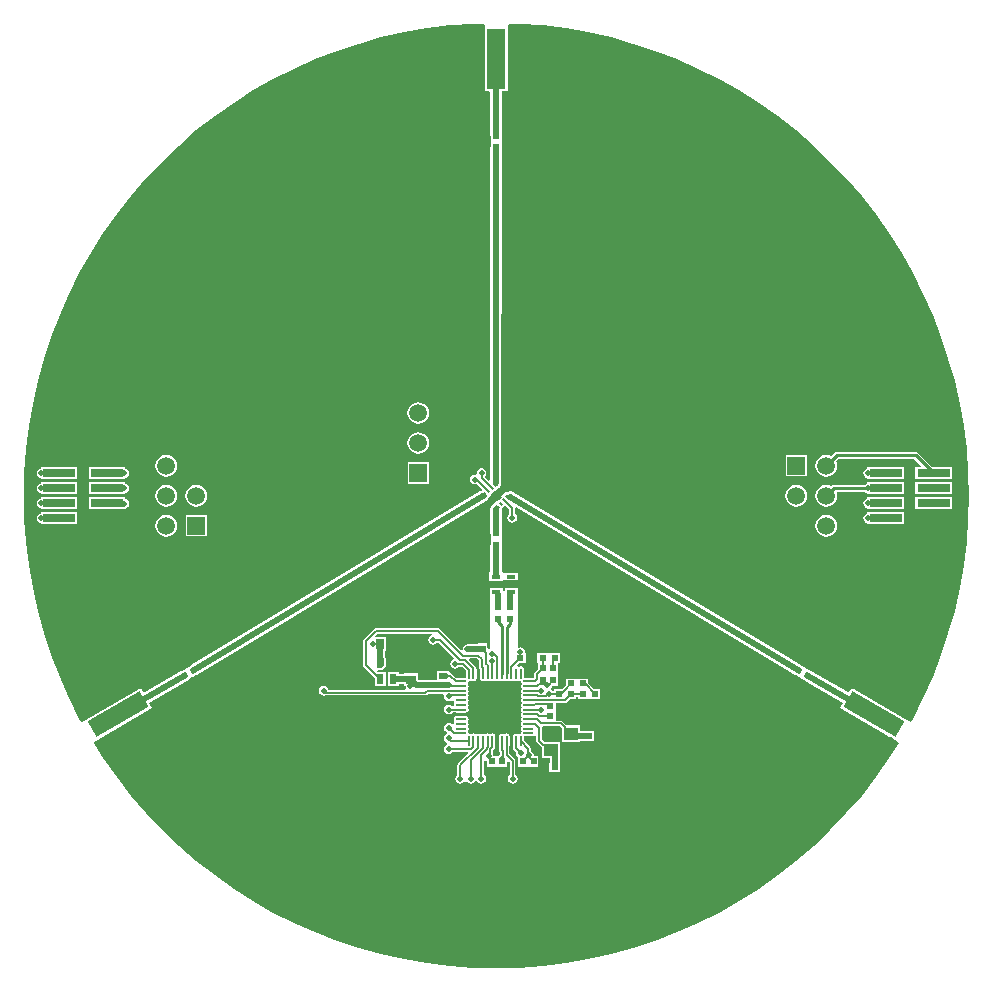
<source format=gtl>
%FSLAX25Y25*%
%MOIN*%
G70*
G01*
G75*
G04 Layer_Physical_Order=1*
G04 Layer_Color=255*
%ADD10O,0.03740X0.00787*%
%ADD11O,0.00787X0.03740*%
%ADD12R,0.16142X0.16142*%
%ADD13R,0.10984X0.02913*%
%ADD14R,0.02362X0.01969*%
%ADD15R,0.01969X0.02362*%
G04:AMPARAMS|DCode=16|XSize=19.69mil|YSize=23.62mil|CornerRadius=0mil|HoleSize=0mil|Usage=FLASHONLY|Rotation=60.000|XOffset=0mil|YOffset=0mil|HoleType=Round|Shape=Rectangle|*
%AMROTATEDRECTD16*
4,1,4,0.00531,-0.01443,-0.01515,-0.00262,-0.00531,0.01443,0.01515,0.00262,0.00531,-0.01443,0.0*
%
%ADD16ROTATEDRECTD16*%

G04:AMPARAMS|DCode=17|XSize=27.56mil|YSize=47.24mil|CornerRadius=0mil|HoleSize=0mil|Usage=FLASHONLY|Rotation=135.000|XOffset=0mil|YOffset=0mil|HoleType=Round|Shape=Rectangle|*
%AMROTATEDRECTD17*
4,1,4,0.02645,0.00696,-0.00696,-0.02645,-0.02645,-0.00696,0.00696,0.02645,0.02645,0.00696,0.0*
%
%ADD17ROTATEDRECTD17*%

G04:AMPARAMS|DCode=18|XSize=13.78mil|YSize=7.87mil|CornerRadius=0mil|HoleSize=0mil|Usage=FLASHONLY|Rotation=315.000|XOffset=0mil|YOffset=0mil|HoleType=Round|Shape=Rectangle|*
%AMROTATEDRECTD18*
4,1,4,-0.00766,0.00209,-0.00209,0.00766,0.00766,-0.00209,0.00209,-0.00766,-0.00766,0.00209,0.0*
%
%ADD18ROTATEDRECTD18*%

G04:AMPARAMS|DCode=19|XSize=200mil|YSize=59.84mil|CornerRadius=0mil|HoleSize=0mil|Usage=FLASHONLY|Rotation=330.000|XOffset=0mil|YOffset=0mil|HoleType=Round|Shape=Rectangle|*
%AMROTATEDRECTD19*
4,1,4,-0.10156,0.02409,-0.07164,0.07591,0.10156,-0.02409,0.07164,-0.07591,-0.10156,0.02409,0.0*
%
%ADD19ROTATEDRECTD19*%

%ADD20R,0.05984X0.20000*%
%ADD21R,0.03150X0.01181*%
G04:AMPARAMS|DCode=22|XSize=19.69mil|YSize=23.62mil|CornerRadius=0mil|HoleSize=0mil|Usage=FLASHONLY|Rotation=300.000|XOffset=0mil|YOffset=0mil|HoleType=Round|Shape=Rectangle|*
%AMROTATEDRECTD22*
4,1,4,-0.01515,0.00262,0.00531,0.01443,0.01515,-0.00262,-0.00531,-0.01443,-0.01515,0.00262,0.0*
%
%ADD22ROTATEDRECTD22*%

G04:AMPARAMS|DCode=23|XSize=200mil|YSize=59.84mil|CornerRadius=0mil|HoleSize=0mil|Usage=FLASHONLY|Rotation=30.000|XOffset=0mil|YOffset=0mil|HoleType=Round|Shape=Rectangle|*
%AMROTATEDRECTD23*
4,1,4,-0.07164,-0.07591,-0.10156,-0.02409,0.07164,0.07591,0.10156,0.02409,-0.07164,-0.07591,0.0*
%
%ADD23ROTATEDRECTD23*%

%ADD24R,0.04724X0.04331*%
%ADD25R,0.02362X0.03347*%
%ADD26R,0.00394X0.00394*%
%ADD27R,0.03543X0.03150*%
%ADD28R,0.03150X0.03543*%
%ADD29C,0.01000*%
%ADD30C,0.02000*%
%ADD31C,0.00600*%
%ADD32R,0.05906X0.05906*%
%ADD33C,0.05906*%
%ADD34C,0.02000*%
G36*
X7729Y157338D02*
X15440Y156769D01*
X23114Y155823D01*
X30732Y154501D01*
X38276Y152807D01*
X45728Y150745D01*
X53070Y148319D01*
X60283Y145537D01*
X67352Y142403D01*
X74258Y138927D01*
X80985Y135116D01*
X87518Y130980D01*
X93839Y126528D01*
X99935Y121771D01*
X105789Y116720D01*
X111389Y111389D01*
X116720Y105789D01*
X121771Y99935D01*
X126528Y93839D01*
X130980Y87518D01*
X135116Y80985D01*
X138927Y74258D01*
X142403Y67352D01*
X145537Y60283D01*
X148319Y53070D01*
X150745Y45728D01*
X152807Y38276D01*
X154501Y30732D01*
X155823Y23114D01*
X156769Y15440D01*
X157338Y7729D01*
X157528Y0D01*
X157338Y-7729D01*
X156769Y-15440D01*
X155823Y-23114D01*
X154501Y-30732D01*
X152807Y-38276D01*
X150745Y-45728D01*
X148319Y-53070D01*
X145537Y-60283D01*
X142403Y-67352D01*
X138927Y-74258D01*
X138350Y-75276D01*
X136234Y-74258D01*
X118491Y-64014D01*
X117717Y-65355D01*
X117233Y-65483D01*
X105044Y-58366D01*
X104781Y-58276D01*
X103640Y-57617D01*
X103207Y-57367D01*
X103207Y-57367D01*
X102774Y-57117D01*
X101839Y-56577D01*
X101655Y-56410D01*
X5698Y1260D01*
X4986Y1516D01*
X4785Y1506D01*
X4744Y1517D01*
X4647Y1502D01*
X4549Y1505D01*
X4463Y1491D01*
X4231Y1480D01*
X4141Y1437D01*
X3791Y1379D01*
X3480Y1690D01*
X1650Y-139D01*
X1862Y-351D01*
X961Y-1253D01*
X351Y-1862D01*
X139Y-1650D01*
X-1282Y-3071D01*
X-1370Y-3130D01*
X-1429Y-3218D01*
X-1690Y-3480D01*
X-1639Y-3531D01*
X-1640Y-3535D01*
X-1790Y-3759D01*
X-1937Y-4500D01*
Y-12531D01*
X-1884Y-12798D01*
Y-14613D01*
Y-16202D01*
X-1937Y-16468D01*
Y-25450D01*
X-2534D01*
Y-28431D01*
X-29D01*
X-0Y-28437D01*
X29Y-28431D01*
X2416D01*
Y-28207D01*
X2884Y-28131D01*
X2916Y-28131D01*
X7234D01*
Y-25750D01*
X2916D01*
X2884Y-25750D01*
X2416Y-25674D01*
Y-25450D01*
X1937D01*
Y-16468D01*
X1884Y-16202D01*
Y-14613D01*
Y-12798D01*
X1937Y-12531D01*
Y-4600D01*
X1973Y-4310D01*
X2386Y-3897D01*
X2174Y-3685D01*
X2784Y-3076D01*
X2838Y-3022D01*
X4382Y-4566D01*
Y-5989D01*
X4146Y-6146D01*
X3793Y-6676D01*
X3669Y-7300D01*
X3793Y-7924D01*
X4146Y-8454D01*
X4676Y-8807D01*
X5300Y-8931D01*
X5924Y-8807D01*
X6453Y-8454D01*
X6807Y-7924D01*
X6931Y-7300D01*
X6807Y-6676D01*
X6453Y-6146D01*
X6218Y-5989D01*
Y-4186D01*
X6211Y-4151D01*
X6658Y-3837D01*
X99660Y-59731D01*
X99938Y-59831D01*
X101085Y-60493D01*
X101518Y-60743D01*
X101951Y-60993D01*
X102892Y-61537D01*
X103090Y-61712D01*
X115602Y-69017D01*
X114599Y-70755D01*
X130672Y-80035D01*
X131075Y-80268D01*
D01*
X131479Y-80502D01*
X134053Y-81990D01*
X134172Y-82476D01*
X130980Y-87518D01*
X126528Y-93839D01*
X121771Y-99935D01*
X116720Y-105789D01*
X111389Y-111389D01*
X105789Y-116720D01*
X99935Y-121771D01*
X93839Y-126528D01*
X87518Y-130980D01*
X80985Y-135116D01*
X74258Y-138927D01*
X67352Y-142403D01*
X60283Y-145537D01*
X53070Y-148319D01*
X45728Y-150745D01*
X38276Y-152807D01*
X30732Y-154501D01*
X23114Y-155823D01*
X15440Y-156769D01*
X7729Y-157338D01*
X0Y-157528D01*
X-7729Y-157338D01*
X-15440Y-156769D01*
X-23114Y-155823D01*
X-30732Y-154501D01*
X-38276Y-152807D01*
X-45728Y-150745D01*
X-53070Y-148319D01*
X-60283Y-145537D01*
X-67352Y-142403D01*
X-74258Y-138927D01*
X-80985Y-135116D01*
X-87518Y-130980D01*
X-93839Y-126528D01*
X-99935Y-121771D01*
X-105789Y-116720D01*
X-111389Y-111389D01*
X-116720Y-105789D01*
X-121771Y-99935D01*
X-126528Y-93839D01*
X-130980Y-87518D01*
X-134203Y-82427D01*
X-134071Y-81945D01*
X-133484Y-81644D01*
X-133478Y-81655D01*
X-114599Y-70755D01*
X-115602Y-69017D01*
X-103090Y-61712D01*
X-102892Y-61537D01*
X-101518Y-60743D01*
X-101518Y-60743D01*
X-101518Y-60743D01*
X-99938Y-59831D01*
X-99659Y-59731D01*
X-3501Y-1860D01*
X-3378Y-1748D01*
X-3349Y-1734D01*
X-3290Y-1668D01*
X-3218Y-1602D01*
X-3183Y-1573D01*
X-3176Y-1565D01*
X-2942Y-1351D01*
X-2851Y-1157D01*
X-2466Y-677D01*
X-1650Y139D01*
X-1862Y351D01*
X-1253Y961D01*
X-351Y1862D01*
X-139Y1650D01*
X796Y2586D01*
X1287Y2995D01*
X1385Y3116D01*
X1490Y3232D01*
X1498Y3255D01*
X1512Y3274D01*
X1524Y3314D01*
X1690Y3480D01*
X1606Y3564D01*
X1608Y3570D01*
X1700Y4211D01*
X1737Y4397D01*
X1937Y116138D01*
X1884Y116407D01*
Y117998D01*
Y119812D01*
X1937Y120079D01*
X1937Y134769D01*
X3892D01*
Y156569D01*
X3878D01*
X3869Y157072D01*
X4224Y157424D01*
X7729Y157338D01*
D02*
G37*
G36*
X700Y3700D02*
X100Y3200D01*
X-1100Y3900D01*
X-1200Y4300D01*
X800Y4400D01*
X700Y3700D01*
D02*
G37*
G36*
X-3894Y157074D02*
X-3892Y155823D01*
Y134769D01*
X-2291D01*
X-1937Y134416D01*
X-1937Y120079D01*
X-1884Y119812D01*
Y117998D01*
Y116409D01*
X-1937Y116145D01*
X-2136Y5200D01*
X-2598Y5009D01*
X-3772Y6184D01*
X-3746Y6447D01*
X-3393Y6976D01*
X-3269Y7600D01*
X-3393Y8224D01*
X-3746Y8754D01*
X-4276Y9107D01*
X-4900Y9231D01*
X-5524Y9107D01*
X-6053Y8754D01*
X-6407Y8224D01*
X-6531Y7600D01*
X-6496Y7421D01*
X-6921Y6996D01*
X-7100Y7031D01*
X-7724Y6907D01*
X-8253Y6554D01*
X-8607Y6024D01*
X-8731Y5400D01*
X-8607Y4776D01*
X-8253Y4247D01*
X-7724Y3893D01*
X-7100Y3769D01*
X-6476Y3893D01*
X-6373Y3962D01*
X-4710Y2298D01*
X-4826Y1708D01*
X-4937Y1662D01*
X-5499Y1460D01*
X-101656Y-56411D01*
X-101839Y-56577D01*
X-103207Y-57367D01*
X-103207Y-57367D01*
X-103207Y-57367D01*
X-104781Y-58276D01*
X-105044Y-58366D01*
X-117233Y-65483D01*
X-117717Y-65355D01*
X-118491Y-64014D01*
X-137370Y-74914D01*
X-138269Y-75420D01*
X-138927Y-74258D01*
X-142403Y-67352D01*
X-145537Y-60283D01*
X-148319Y-53070D01*
X-150745Y-45728D01*
X-152807Y-38276D01*
X-154501Y-30732D01*
X-155823Y-23114D01*
X-156769Y-15440D01*
X-157338Y-7729D01*
X-157528Y0D01*
X-157338Y7729D01*
X-156769Y15440D01*
X-155823Y23114D01*
X-154501Y30732D01*
X-152807Y38276D01*
X-150745Y45728D01*
X-148319Y53070D01*
X-145537Y60283D01*
X-142403Y67352D01*
X-138927Y74258D01*
X-135116Y80985D01*
X-130980Y87518D01*
X-126528Y93839D01*
X-121771Y99935D01*
X-116720Y105789D01*
X-111389Y111389D01*
X-105789Y116720D01*
X-99935Y121771D01*
X-93839Y126528D01*
X-87518Y130980D01*
X-80985Y135116D01*
X-74258Y138927D01*
X-67352Y142403D01*
X-60283Y145537D01*
X-53070Y148319D01*
X-45728Y150745D01*
X-38276Y152807D01*
X-30732Y154501D01*
X-23114Y155823D01*
X-15440Y156769D01*
X-7729Y157338D01*
X-4252Y157423D01*
X-3894Y157074D01*
D02*
G37*
G36*
X1100Y-3900D02*
X1000Y-4700D01*
X-800Y-3900D01*
X0Y-3100D01*
X1100Y-3900D01*
D02*
G37*
G36*
X4600Y-1500D02*
X3800Y-1000D01*
X3500Y400D01*
X4700Y600D01*
X4600Y-1500D01*
D02*
G37*
G36*
X-3100Y0D02*
X-3900Y-1000D01*
X-5100Y600D01*
X-3900Y1100D01*
X-3100Y0D01*
D02*
G37*
%LPC*%
G36*
X-123691Y-443D02*
X-135876D01*
Y-4557D01*
X-123691D01*
Y-4270D01*
X-123376Y-4207D01*
X-122846Y-3853D01*
X-122493Y-3324D01*
X-122369Y-2700D01*
X-122493Y-2076D01*
X-122846Y-1546D01*
X-123376Y-1193D01*
X-123691Y-1130D01*
Y-443D01*
D02*
G37*
G36*
X-139715D02*
X-151899D01*
Y-930D01*
X-152215Y-993D01*
X-152744Y-1347D01*
X-153098Y-1876D01*
X-153222Y-2500D01*
X-153098Y-3124D01*
X-152744Y-3653D01*
X-152215Y-4007D01*
X-151899Y-4070D01*
Y-4557D01*
X-139715D01*
Y-443D01*
D02*
G37*
G36*
X-26000Y31183D02*
X-26927Y31061D01*
X-27792Y30703D01*
X-28534Y30134D01*
X-29103Y29392D01*
X-29461Y28527D01*
X-29583Y27600D01*
X-29461Y26673D01*
X-29103Y25808D01*
X-28534Y25066D01*
X-27792Y24497D01*
X-26927Y24139D01*
X-26000Y24017D01*
X-25073Y24139D01*
X-24208Y24497D01*
X-23466Y25066D01*
X-22897Y25808D01*
X-22539Y26673D01*
X-22417Y27600D01*
X-22539Y28527D01*
X-22897Y29392D01*
X-23466Y30134D01*
X-24208Y30703D01*
X-25073Y31061D01*
X-26000Y31183D01*
D02*
G37*
G36*
X-110000Y3583D02*
X-110927Y3461D01*
X-111792Y3103D01*
X-112534Y2534D01*
X-113103Y1792D01*
X-113461Y927D01*
X-113583Y0D01*
X-113461Y-927D01*
X-113103Y-1792D01*
X-112534Y-2534D01*
X-111792Y-3103D01*
X-110927Y-3461D01*
X-110000Y-3583D01*
X-109073Y-3461D01*
X-108208Y-3103D01*
X-107466Y-2534D01*
X-106897Y-1792D01*
X-106539Y-927D01*
X-106417Y0D01*
X-106539Y927D01*
X-106897Y1792D01*
X-107466Y2534D01*
X-108208Y3103D01*
X-109073Y3461D01*
X-110000Y3583D01*
D02*
G37*
G36*
X151899Y-443D02*
X139715D01*
Y-4557D01*
X151899D01*
Y-443D01*
D02*
G37*
G36*
X135876D02*
X123691D01*
Y-930D01*
X123376Y-993D01*
X122846Y-1347D01*
X122493Y-1876D01*
X122369Y-2500D01*
X122493Y-3124D01*
X122846Y-3653D01*
X123376Y-4007D01*
X123691Y-4070D01*
Y-4557D01*
X135876D01*
Y-443D01*
D02*
G37*
G36*
Y-5443D02*
X123691D01*
Y-5930D01*
X123376Y-5993D01*
X122846Y-6346D01*
X122493Y-6876D01*
X122369Y-7500D01*
X122493Y-8124D01*
X122846Y-8653D01*
X123376Y-9007D01*
X123691Y-9070D01*
Y-9557D01*
X135876D01*
Y-5443D01*
D02*
G37*
G36*
X-110000Y-6417D02*
X-110927Y-6539D01*
X-111792Y-6897D01*
X-112534Y-7466D01*
X-113103Y-8208D01*
X-113461Y-9072D01*
X-113583Y-10000D01*
X-113461Y-10927D01*
X-113103Y-11792D01*
X-112534Y-12534D01*
X-111792Y-13103D01*
X-110927Y-13461D01*
X-110000Y-13583D01*
X-109073Y-13461D01*
X-108208Y-13103D01*
X-107466Y-12534D01*
X-106897Y-11792D01*
X-106539Y-10927D01*
X-106417Y-10000D01*
X-106539Y-9072D01*
X-106897Y-8208D01*
X-107466Y-7466D01*
X-108208Y-6897D01*
X-109073Y-6539D01*
X-110000Y-6417D01*
D02*
G37*
G36*
X7234Y-30869D02*
X2884D01*
Y-31800D01*
X2116D01*
Y-30869D01*
X-2234D01*
Y-33250D01*
X-2200D01*
Y-50836D01*
X-2416Y-50965D01*
X-2916Y-50682D01*
Y-49187D01*
X-6084D01*
Y-49469D01*
X-9600D01*
X-10224Y-49593D01*
X-10753Y-49946D01*
X-11107Y-50476D01*
X-11231Y-51100D01*
X-11191Y-51305D01*
X-11652Y-51551D01*
X-18851Y-44351D01*
X-19149Y-44152D01*
X-19500Y-44082D01*
X-40000D01*
X-40351Y-44152D01*
X-40649Y-44351D01*
X-44149Y-47851D01*
X-44348Y-48149D01*
X-44418Y-48500D01*
Y-56323D01*
X-44348Y-56674D01*
X-44149Y-56972D01*
X-40446Y-60674D01*
Y-63431D01*
X-36884D01*
Y-58884D01*
X-39440D01*
X-39604Y-58665D01*
X-39355Y-58165D01*
X-38272D01*
X-37812Y-57975D01*
X-37025Y-57188D01*
X-36835Y-56728D01*
Y-54169D01*
X-37025Y-53710D01*
X-37124Y-53669D01*
Y-51872D01*
X-36581D01*
Y-47128D01*
X-40177D01*
X-40369Y-46666D01*
X-39620Y-45918D01*
X-21373D01*
X-21251Y-46367D01*
X-21251Y-46370D01*
X-21430Y-46429D01*
X-21624Y-46493D01*
X-21684Y-46532D01*
X-22153Y-46847D01*
X-22507Y-47376D01*
X-22631Y-48000D01*
X-22507Y-48624D01*
X-22153Y-49154D01*
X-21624Y-49507D01*
X-21000Y-49631D01*
X-20376Y-49507D01*
X-19847Y-49154D01*
X-19689Y-48918D01*
X-19124D01*
X-14103Y-53939D01*
X-14267Y-54482D01*
X-14324Y-54493D01*
X-14853Y-54847D01*
X-15207Y-55376D01*
X-15331Y-56000D01*
X-15207Y-56624D01*
X-14853Y-57153D01*
X-14324Y-57507D01*
X-13700Y-57631D01*
X-13076Y-57507D01*
X-12547Y-57153D01*
X-12389Y-56918D01*
X-11480D01*
X-10175Y-58223D01*
Y-60341D01*
X-10235Y-60765D01*
X-10659Y-60825D01*
X-13197D01*
X-13264Y-60839D01*
X-14751Y-59351D01*
X-15049Y-59152D01*
X-15272Y-59108D01*
X-15447Y-58846D01*
X-15976Y-58493D01*
X-16250Y-58438D01*
Y-58416D01*
X-16600Y-58369D01*
X-16743Y-58397D01*
X-16743D01*
X-16743D01*
X-17222Y-58416D01*
X-19813D01*
Y-61369D01*
X-26080D01*
X-26128Y-61321D01*
Y-59081D01*
X-30872D01*
Y-59526D01*
X-32554D01*
Y-58884D01*
X-36116D01*
Y-63431D01*
X-32554D01*
Y-62789D01*
X-30872D01*
Y-63431D01*
X-30224D01*
X-30106Y-64026D01*
X-30001Y-64182D01*
X-30268Y-64682D01*
X-55918D01*
X-55981Y-64364D01*
X-56335Y-63835D01*
X-56864Y-63481D01*
X-57488Y-63357D01*
X-58113Y-63481D01*
X-58642Y-63835D01*
X-58995Y-64364D01*
X-59119Y-64988D01*
X-58995Y-65613D01*
X-58642Y-66142D01*
X-58113Y-66495D01*
X-57488Y-66619D01*
X-56926Y-66508D01*
X-56876Y-66518D01*
X-23774D01*
X-23423Y-66448D01*
X-23125Y-66249D01*
X-22782Y-65906D01*
X-17616D01*
X-17333Y-66406D01*
X-17431Y-66900D01*
X-17307Y-67524D01*
X-16953Y-68054D01*
X-16424Y-68407D01*
X-15800Y-68531D01*
X-15176Y-68407D01*
X-14692Y-68084D01*
X-14566Y-68098D01*
X-14514Y-68114D01*
X-14185Y-68263D01*
X-14133Y-68525D01*
X-13913Y-68854D01*
Y-68996D01*
X-14133Y-69325D01*
X-14210Y-69713D01*
X-14179Y-69870D01*
X-14208Y-69918D01*
X-14272Y-69948D01*
X-14725Y-70070D01*
X-15176Y-69768D01*
X-15800Y-69644D01*
X-16424Y-69768D01*
X-16953Y-70122D01*
X-17307Y-70651D01*
X-17431Y-71276D01*
X-17307Y-71900D01*
X-16953Y-72429D01*
X-16424Y-72783D01*
X-15800Y-72907D01*
X-15176Y-72783D01*
X-14647Y-72429D01*
X-14497Y-72205D01*
X-13612D01*
X-13585Y-72224D01*
X-13197Y-72301D01*
X-10244D01*
X-9856Y-72224D01*
X-9528Y-72004D01*
X-9308Y-71675D01*
X-9231Y-71287D01*
X-9308Y-70900D01*
X-9315Y-70889D01*
X-9495Y-70500D01*
X-9315Y-70111D01*
X-9308Y-70100D01*
X-9231Y-69713D01*
X-9308Y-69325D01*
X-9528Y-68996D01*
Y-68854D01*
X-9308Y-68525D01*
X-9231Y-68138D01*
X-9308Y-67750D01*
X-9315Y-67739D01*
X-9495Y-67350D01*
X-9315Y-66962D01*
X-9308Y-66951D01*
X-9231Y-66563D01*
X-9308Y-66175D01*
X-9315Y-66164D01*
X-9495Y-65776D01*
X-9315Y-65387D01*
X-9308Y-65376D01*
X-9231Y-64988D01*
X-9308Y-64600D01*
X-9528Y-64272D01*
Y-64130D01*
X-9308Y-63801D01*
X-9231Y-63413D01*
X-9308Y-63026D01*
X-9315Y-63015D01*
X-9495Y-62626D01*
X-9315Y-62237D01*
X-9308Y-62226D01*
X-9231Y-61839D01*
X-8774Y-61692D01*
X-8774D01*
X-8774Y-61692D01*
D01*
X-8329Y-61526D01*
X-7985Y-61685D01*
X-7974Y-61692D01*
X-7587Y-61769D01*
X-7199Y-61692D01*
X-6870Y-61472D01*
X-6651Y-61144D01*
X-6573Y-60756D01*
Y-57803D01*
X-6651Y-57415D01*
X-6669Y-57388D01*
Y-57313D01*
X-6739Y-56962D01*
X-6938Y-56665D01*
X-8923Y-54680D01*
X-8731Y-54218D01*
X-6293D01*
X-5718Y-54793D01*
Y-57100D01*
X-5648Y-57451D01*
X-5449Y-57749D01*
X-5441Y-57757D01*
X-5450Y-57803D01*
Y-60756D01*
X-5373Y-61144D01*
X-5153Y-61472D01*
X-4825Y-61692D01*
X-4437Y-61769D01*
X-4049Y-61692D01*
X-4038Y-61685D01*
X-3650Y-61505D01*
X-3261Y-61685D01*
X-3250Y-61692D01*
X-2862Y-61769D01*
X-2475Y-61692D01*
X-2146Y-61472D01*
X-2004D01*
X-1675Y-61692D01*
X-1287Y-61769D01*
X-900Y-61692D01*
X-889Y-61685D01*
X-500Y-61505D01*
X-111Y-61685D01*
X-100Y-61692D01*
X287Y-61769D01*
X675Y-61692D01*
X686Y-61685D01*
X1075Y-61505D01*
X1463Y-61685D01*
X1474Y-61692D01*
X1862Y-61769D01*
X2250Y-61692D01*
X2579Y-61472D01*
X2721D01*
X3049Y-61692D01*
X3437Y-61769D01*
X3825Y-61692D01*
X3836Y-61685D01*
X4224Y-61505D01*
X4613Y-61685D01*
X4624Y-61692D01*
X5012Y-61769D01*
X5399Y-61692D01*
X5411Y-61685D01*
X5799Y-61505D01*
X6188Y-61685D01*
X6199Y-61692D01*
X6587Y-61769D01*
X6974Y-61692D01*
X6985Y-61685D01*
X7329Y-61526D01*
X7774Y-61692D01*
X7774D01*
X8140Y-61860D01*
X8308Y-62226D01*
D01*
X8474Y-62671D01*
X8315Y-63015D01*
X8308Y-63026D01*
X8231Y-63413D01*
X8308Y-63801D01*
X8528Y-64130D01*
Y-64272D01*
X8308Y-64600D01*
X8231Y-64988D01*
X8308Y-65376D01*
X8315Y-65387D01*
X8495Y-65776D01*
X8315Y-66164D01*
X8308Y-66175D01*
X8231Y-66563D01*
X8308Y-66951D01*
X8315Y-66962D01*
X8495Y-67350D01*
X8315Y-67739D01*
X8308Y-67750D01*
X8231Y-68138D01*
X8308Y-68525D01*
X8528Y-68854D01*
Y-68996D01*
X8308Y-69325D01*
X8231Y-69713D01*
X8308Y-70100D01*
X8315Y-70111D01*
X8495Y-70500D01*
X8315Y-70889D01*
X8308Y-70900D01*
X8231Y-71287D01*
X8308Y-71675D01*
X8315Y-71686D01*
X8495Y-72075D01*
X8315Y-72463D01*
X8308Y-72474D01*
X8231Y-72862D01*
X8308Y-73250D01*
X8528Y-73579D01*
Y-73721D01*
X8308Y-74049D01*
X8231Y-74437D01*
X8308Y-74825D01*
X8315Y-74836D01*
X8495Y-75224D01*
X8315Y-75613D01*
X8308Y-75624D01*
X8231Y-76012D01*
X8308Y-76399D01*
X8315Y-76411D01*
X8495Y-76799D01*
X8315Y-77188D01*
X8308Y-77199D01*
X8231Y-77587D01*
X8308Y-77974D01*
X8315Y-77985D01*
X8474Y-78329D01*
X8308Y-78774D01*
Y-78774D01*
X8140Y-79140D01*
X7774Y-79308D01*
D01*
X7329Y-79474D01*
X6985Y-79316D01*
X6974Y-79308D01*
X6587Y-79231D01*
X6199Y-79308D01*
X5870Y-79528D01*
X5651Y-79856D01*
X5573Y-80244D01*
Y-83197D01*
X5651Y-83585D01*
X5669Y-83612D01*
Y-84087D01*
X5739Y-84438D01*
X5938Y-84736D01*
X6624Y-85422D01*
X6569Y-85700D01*
X6693Y-86324D01*
X7046Y-86853D01*
X7416Y-87100D01*
Y-90313D01*
X10584D01*
X10584Y-90313D01*
X10584D01*
X10916D01*
Y-90313D01*
X11084Y-90313D01*
X14084D01*
Y-86750D01*
X12637D01*
X12431Y-86500D01*
X12307Y-85876D01*
X11953Y-85347D01*
X11618Y-85122D01*
Y-84259D01*
X11548Y-83908D01*
X11349Y-83610D01*
X9175Y-81436D01*
Y-80659D01*
X9235Y-80235D01*
X9659Y-80175D01*
X12197D01*
X12585Y-80098D01*
X12882Y-79899D01*
X13047Y-79934D01*
X13382Y-80076D01*
Y-81600D01*
X13452Y-81951D01*
X13651Y-82249D01*
X15191Y-83789D01*
Y-87521D01*
X17900D01*
Y-88916D01*
X17750D01*
Y-92084D01*
X19295D01*
X19532Y-92131D01*
X19768Y-92084D01*
X21313D01*
Y-88916D01*
X21163D01*
Y-86134D01*
X21116Y-85897D01*
Y-81991D01*
X15988D01*
X15218Y-81220D01*
Y-77500D01*
X15181Y-77318D01*
X15432Y-76902D01*
X15528Y-76818D01*
X21122D01*
X21884Y-77580D01*
Y-82009D01*
X27809D01*
Y-81663D01*
X29416D01*
Y-81813D01*
X32584D01*
Y-80268D01*
X32631Y-80032D01*
X32584Y-79795D01*
Y-78250D01*
X29416D01*
Y-78400D01*
X27809D01*
Y-76479D01*
X23379D01*
X22151Y-75251D01*
X21854Y-75052D01*
X21502Y-74982D01*
X19813D01*
Y-71916D01*
X19813Y-71916D01*
Y-71916D01*
X19813Y-71584D01*
X19813D01*
X19813Y-71416D01*
Y-69018D01*
X22869D01*
X23220Y-68948D01*
X23517Y-68749D01*
X24682Y-67584D01*
X26750D01*
Y-66918D01*
X27250D01*
Y-67584D01*
X30813D01*
X30813Y-67584D01*
X30813D01*
X31187D01*
Y-67584D01*
X31313Y-67584D01*
X34750D01*
Y-64416D01*
X32682D01*
X30750Y-62483D01*
Y-60916D01*
X27187D01*
Y-60916D01*
X26813D01*
Y-60916D01*
X23250D01*
Y-62982D01*
X22239Y-63994D01*
X22236Y-63998D01*
X21818Y-64416D01*
X19250D01*
Y-64923D01*
X18750Y-64991D01*
X18654Y-64846D01*
X18335Y-64634D01*
X18187Y-64243D01*
X18244Y-64017D01*
X18507Y-63624D01*
X18582Y-63250D01*
X20584D01*
Y-59813D01*
X20584Y-59687D01*
Y-59500D01*
Y-59313D01*
X20584Y-59187D01*
Y-55750D01*
X21015Y-55584D01*
X21250D01*
Y-52416D01*
X17813D01*
X17687Y-52416D01*
X17500D01*
X17313D01*
X17187Y-52416D01*
X13750D01*
Y-55584D01*
X13750D01*
X13916Y-55750D01*
Y-57818D01*
X12851Y-58883D01*
X12652Y-59180D01*
X12582Y-59531D01*
Y-60392D01*
X12197Y-60825D01*
X9659D01*
X9235Y-60765D01*
X9175Y-60341D01*
Y-57803D01*
X9098Y-57415D01*
X8878Y-57087D01*
X8549Y-56867D01*
X8161Y-56790D01*
X7774Y-56867D01*
X7763Y-56875D01*
X7543Y-56976D01*
X7139Y-56788D01*
X7051Y-56278D01*
X7745Y-55584D01*
X9813D01*
Y-52883D01*
X9813Y-52416D01*
Y-52416D01*
X9625Y-51977D01*
X9539Y-51544D01*
X9185Y-51015D01*
X8656Y-50661D01*
X8032Y-50537D01*
X7700Y-50603D01*
X7200Y-50244D01*
Y-33250D01*
X7234D01*
Y-30869D01*
D02*
G37*
G36*
X-10244Y-73424D02*
X-13197D01*
X-13585Y-73501D01*
X-13913Y-73721D01*
X-14133Y-74049D01*
X-14210Y-74437D01*
X-14133Y-74825D01*
X-14126Y-74836D01*
X-13946Y-75224D01*
X-14126Y-75613D01*
X-14133Y-75624D01*
X-14208Y-76002D01*
X-14289Y-76054D01*
X-14535Y-76187D01*
X-14677Y-76226D01*
X-15176Y-75893D01*
X-15800Y-75769D01*
X-16424Y-75893D01*
X-16953Y-76247D01*
X-17307Y-76776D01*
X-17431Y-77400D01*
X-17307Y-78024D01*
X-16953Y-78553D01*
X-16452Y-78889D01*
X-16424Y-79102D01*
Y-79198D01*
X-16452Y-79411D01*
X-16953Y-79747D01*
X-17307Y-80276D01*
X-17431Y-80900D01*
X-17307Y-81524D01*
X-16953Y-82054D01*
X-16452Y-82389D01*
X-16424Y-82602D01*
Y-82698D01*
X-16452Y-82911D01*
X-16953Y-83246D01*
X-17307Y-83776D01*
X-17431Y-84400D01*
X-17307Y-85024D01*
X-16953Y-85553D01*
X-16424Y-85907D01*
X-15800Y-86031D01*
X-15176Y-85907D01*
X-14647Y-85553D01*
X-14549Y-85408D01*
X-9459D01*
X-9268Y-85870D01*
X-12649Y-89251D01*
X-12848Y-89549D01*
X-12918Y-89900D01*
Y-92989D01*
X-13153Y-93147D01*
X-13507Y-93676D01*
X-13631Y-94300D01*
X-13507Y-94924D01*
X-13153Y-95454D01*
X-12624Y-95807D01*
X-12000Y-95931D01*
X-11376Y-95807D01*
X-10847Y-95454D01*
X-10511Y-94952D01*
X-10298Y-94924D01*
X-10202D01*
X-9989Y-94952D01*
X-9653Y-95454D01*
X-9124Y-95807D01*
X-8500Y-95931D01*
X-7876Y-95807D01*
X-7346Y-95454D01*
X-7011Y-94952D01*
X-6798Y-94924D01*
X-6702D01*
X-6489Y-94952D01*
X-6154Y-95454D01*
X-5624Y-95807D01*
X-5000Y-95931D01*
X-4376Y-95807D01*
X-3847Y-95454D01*
X-3493Y-94924D01*
X-3369Y-94300D01*
X-3493Y-93676D01*
X-3847Y-93147D01*
X-4082Y-92989D01*
Y-88312D01*
X-3867Y-88182D01*
X-3582Y-88101D01*
X-3124Y-88407D01*
X-3084Y-88415D01*
Y-90313D01*
X-84D01*
X84Y-90313D01*
X250D01*
X416D01*
X584Y-90313D01*
X3584D01*
Y-88576D01*
X4084Y-88369D01*
X4582Y-88867D01*
Y-92989D01*
X4346Y-93147D01*
X3993Y-93676D01*
X3869Y-94300D01*
X3993Y-94924D01*
X4346Y-95454D01*
X4876Y-95807D01*
X5500Y-95931D01*
X6124Y-95807D01*
X6654Y-95454D01*
X7007Y-94924D01*
X7131Y-94300D01*
X7007Y-93676D01*
X6654Y-93147D01*
X6418Y-92989D01*
Y-88487D01*
X6348Y-88136D01*
X6149Y-87838D01*
X4355Y-86044D01*
Y-83612D01*
X4373Y-83585D01*
X4450Y-83197D01*
Y-80244D01*
X4373Y-79856D01*
X4153Y-79528D01*
X3825Y-79308D01*
X3437Y-79231D01*
X3049Y-79308D01*
X2721Y-79528D01*
X2579D01*
X2250Y-79308D01*
X1862Y-79231D01*
X1474Y-79308D01*
X1146Y-79528D01*
X926Y-79856D01*
X849Y-80244D01*
Y-83197D01*
X926Y-83585D01*
X945Y-83612D01*
Y-84700D01*
X1014Y-85051D01*
X1213Y-85348D01*
X1258Y-85393D01*
Y-86207D01*
X1213Y-86251D01*
X1032Y-86522D01*
X846Y-86646D01*
X777Y-86750D01*
X584D01*
X416Y-86750D01*
X250D01*
X84D01*
X-84Y-86750D01*
X-898D01*
X-993Y-86276D01*
X-1082Y-86142D01*
Y-84880D01*
X-638Y-84436D01*
X-440Y-84139D01*
X-370Y-83787D01*
Y-83612D01*
X-351Y-83585D01*
X-274Y-83197D01*
Y-80244D01*
X-351Y-79856D01*
X-571Y-79528D01*
X-900Y-79308D01*
X-1287Y-79231D01*
X-1675Y-79308D01*
X-2004Y-79528D01*
X-2146D01*
X-2475Y-79308D01*
X-2862Y-79231D01*
X-3250Y-79308D01*
X-3261Y-79316D01*
X-3650Y-79495D01*
X-4038Y-79316D01*
X-4049Y-79308D01*
X-4437Y-79231D01*
X-4825Y-79308D01*
X-4836Y-79316D01*
X-5224Y-79495D01*
X-5613Y-79316D01*
X-5624Y-79308D01*
X-6012Y-79231D01*
X-6400Y-79308D01*
X-6728Y-79528D01*
X-6870D01*
X-7199Y-79308D01*
X-7587Y-79231D01*
X-7974Y-79308D01*
X-7985Y-79316D01*
X-8329Y-79474D01*
X-8774Y-79308D01*
X-8774D01*
X-9140Y-79140D01*
X-9308Y-78774D01*
D01*
X-9474Y-78329D01*
X-9315Y-77985D01*
X-9308Y-77974D01*
X-9231Y-77587D01*
X-9308Y-77199D01*
X-9315Y-77188D01*
X-9495Y-76799D01*
X-9315Y-76411D01*
X-9308Y-76399D01*
X-9231Y-76012D01*
X-9308Y-75624D01*
X-9315Y-75613D01*
X-9495Y-75224D01*
X-9315Y-74836D01*
X-9308Y-74825D01*
X-9231Y-74437D01*
X-9308Y-74049D01*
X-9528Y-73721D01*
X-9856Y-73501D01*
X-10244Y-73424D01*
D02*
G37*
G36*
X-139715Y-5443D02*
X-151899D01*
Y-5930D01*
X-152215Y-5993D01*
X-152744Y-6346D01*
X-153098Y-6876D01*
X-153222Y-7500D01*
X-153098Y-8124D01*
X-152744Y-8653D01*
X-152215Y-9007D01*
X-151899Y-9070D01*
Y-9557D01*
X-139715D01*
Y-5443D01*
D02*
G37*
G36*
X-96447Y-6447D02*
X-103553D01*
Y-13553D01*
X-96447D01*
Y-6447D01*
D02*
G37*
G36*
X110000Y-6417D02*
X109073Y-6539D01*
X108208Y-6897D01*
X107466Y-7466D01*
X106897Y-8208D01*
X106539Y-9072D01*
X106417Y-10000D01*
X106539Y-10927D01*
X106897Y-11792D01*
X107466Y-12534D01*
X108208Y-13103D01*
X109073Y-13461D01*
X110000Y-13583D01*
X110927Y-13461D01*
X111792Y-13103D01*
X112534Y-12534D01*
X113103Y-11792D01*
X113461Y-10927D01*
X113583Y-10000D01*
X113461Y-9072D01*
X113103Y-8208D01*
X112534Y-7466D01*
X111792Y-6897D01*
X110927Y-6539D01*
X110000Y-6417D01*
D02*
G37*
G36*
X-100000Y3583D02*
X-100927Y3461D01*
X-101792Y3103D01*
X-102534Y2534D01*
X-103103Y1792D01*
X-103461Y927D01*
X-103583Y0D01*
X-103461Y-927D01*
X-103103Y-1792D01*
X-102534Y-2534D01*
X-101792Y-3103D01*
X-100927Y-3461D01*
X-100000Y-3583D01*
X-99073Y-3461D01*
X-98208Y-3103D01*
X-97466Y-2534D01*
X-96897Y-1792D01*
X-96539Y-927D01*
X-96417Y0D01*
X-96539Y927D01*
X-96897Y1792D01*
X-97466Y2534D01*
X-98208Y3103D01*
X-99073Y3461D01*
X-100000Y3583D01*
D02*
G37*
G36*
X-22447Y11153D02*
X-29553D01*
Y4047D01*
X-22447D01*
Y11153D01*
D02*
G37*
G36*
X-110000Y13583D02*
X-110927Y13461D01*
X-111792Y13103D01*
X-112534Y12534D01*
X-113103Y11792D01*
X-113461Y10927D01*
X-113583Y10000D01*
X-113461Y9072D01*
X-113103Y8208D01*
X-112534Y7466D01*
X-111792Y6897D01*
X-110927Y6539D01*
X-110000Y6417D01*
X-109073Y6539D01*
X-108208Y6897D01*
X-107466Y7466D01*
X-106897Y8208D01*
X-106539Y9072D01*
X-106417Y10000D01*
X-106539Y10927D01*
X-106897Y11792D01*
X-107466Y12534D01*
X-108208Y13103D01*
X-109073Y13461D01*
X-110000Y13583D01*
D02*
G37*
G36*
X135876Y4557D02*
X123691D01*
Y4070D01*
X123376Y4007D01*
X122846Y3653D01*
X122825Y3621D01*
X112500D01*
X112071Y3536D01*
X111707Y3293D01*
X111707Y3293D01*
X111598Y3184D01*
X110927Y3461D01*
X110000Y3583D01*
X109073Y3461D01*
X108208Y3103D01*
X107466Y2534D01*
X106897Y1792D01*
X106539Y927D01*
X106417Y0D01*
X106539Y-927D01*
X106897Y-1792D01*
X107466Y-2534D01*
X108208Y-3103D01*
X109073Y-3461D01*
X110000Y-3583D01*
X110927Y-3461D01*
X111792Y-3103D01*
X112534Y-2534D01*
X113103Y-1792D01*
X113461Y-927D01*
X113583Y0D01*
X113468Y878D01*
X113499Y1040D01*
X113725Y1378D01*
X122825D01*
X122846Y1347D01*
X123376Y993D01*
X123691Y930D01*
Y443D01*
X135876D01*
Y4557D01*
D02*
G37*
G36*
X-123691Y9557D02*
X-135876D01*
Y5443D01*
X-123691D01*
Y5930D01*
X-123376Y5993D01*
X-122846Y6346D01*
X-122493Y6876D01*
X-122369Y7500D01*
X-122493Y8124D01*
X-122846Y8653D01*
X-123376Y9007D01*
X-123691Y9070D01*
Y9557D01*
D02*
G37*
G36*
X-139715D02*
X-151899D01*
Y9070D01*
X-152215Y9007D01*
X-152744Y8653D01*
X-153098Y8124D01*
X-153222Y7500D01*
X-153098Y6876D01*
X-152744Y6346D01*
X-152215Y5993D01*
X-151899Y5930D01*
Y5443D01*
X-139715D01*
Y9557D01*
D02*
G37*
G36*
X135876D02*
X123691D01*
Y9070D01*
X123376Y9007D01*
X122846Y8653D01*
X122493Y8124D01*
X122369Y7500D01*
X122493Y6876D01*
X122846Y6346D01*
X123376Y5993D01*
X123691Y5930D01*
Y5443D01*
X135876D01*
Y9557D01*
D02*
G37*
G36*
X103553Y13553D02*
X96447D01*
Y6447D01*
X103553D01*
Y13553D01*
D02*
G37*
G36*
X-26000Y21183D02*
X-26927Y21061D01*
X-27792Y20703D01*
X-28534Y20134D01*
X-29103Y19392D01*
X-29461Y18527D01*
X-29583Y17600D01*
X-29461Y16673D01*
X-29103Y15808D01*
X-28534Y15066D01*
X-27792Y14497D01*
X-26927Y14139D01*
X-26000Y14017D01*
X-25073Y14139D01*
X-24208Y14497D01*
X-23466Y15066D01*
X-22897Y15808D01*
X-22539Y16673D01*
X-22417Y17600D01*
X-22539Y18527D01*
X-22897Y19392D01*
X-23466Y20134D01*
X-24208Y20703D01*
X-25073Y21061D01*
X-26000Y21183D01*
D02*
G37*
G36*
X139807Y14622D02*
X139807Y14622D01*
X113500D01*
X113500Y14622D01*
X113071Y14536D01*
X112707Y14293D01*
X112707Y14293D01*
X111598Y13184D01*
X110927Y13461D01*
X110000Y13583D01*
X109073Y13461D01*
X108208Y13103D01*
X107466Y12534D01*
X106897Y11792D01*
X106539Y10927D01*
X106417Y10000D01*
X106539Y9072D01*
X106897Y8208D01*
X107466Y7466D01*
X108208Y6897D01*
X109073Y6539D01*
X110000Y6417D01*
X110927Y6539D01*
X111792Y6897D01*
X112534Y7466D01*
X113103Y8208D01*
X113461Y9072D01*
X113583Y10000D01*
X113461Y10927D01*
X113184Y11598D01*
X113965Y12378D01*
X139342D01*
X141702Y10019D01*
X141511Y9557D01*
X139715D01*
Y5443D01*
X151899D01*
Y9557D01*
X145336D01*
X140600Y14293D01*
X140236Y14536D01*
X139807Y14622D01*
D02*
G37*
G36*
X100000Y3583D02*
X99073Y3461D01*
X98208Y3103D01*
X97466Y2534D01*
X96897Y1792D01*
X96539Y927D01*
X96417Y0D01*
X96539Y-927D01*
X96897Y-1792D01*
X97466Y-2534D01*
X98208Y-3103D01*
X99073Y-3461D01*
X100000Y-3583D01*
X100927Y-3461D01*
X101792Y-3103D01*
X102534Y-2534D01*
X103103Y-1792D01*
X103461Y-927D01*
X103583Y0D01*
X103461Y927D01*
X103103Y1792D01*
X102534Y2534D01*
X101792Y3103D01*
X100927Y3461D01*
X100000Y3583D01*
D02*
G37*
G36*
X151899Y4557D02*
X139715D01*
Y443D01*
X151899D01*
Y4557D01*
D02*
G37*
G36*
X-123691D02*
X-135876D01*
Y443D01*
X-123691D01*
Y930D01*
X-123376Y993D01*
X-122846Y1347D01*
X-122493Y1876D01*
X-122369Y2500D01*
X-122493Y3124D01*
X-122846Y3653D01*
X-123376Y4007D01*
X-123691Y4070D01*
Y4557D01*
D02*
G37*
G36*
X-139715D02*
X-151899D01*
Y4070D01*
X-152215Y4007D01*
X-152744Y3653D01*
X-153098Y3124D01*
X-153222Y2500D01*
X-153098Y1876D01*
X-152744Y1347D01*
X-152215Y993D01*
X-151899Y930D01*
Y443D01*
X-139715D01*
Y4557D01*
D02*
G37*
%LPD*%
G36*
X-37484Y-56728D02*
X-38272Y-57516D01*
X-39847D01*
Y-54169D01*
X-37484D01*
Y-56728D01*
D02*
G37*
D10*
X10721Y-79161D02*
D03*
Y-77587D02*
D03*
Y-76012D02*
D03*
Y-74437D02*
D03*
Y-72862D02*
D03*
Y-71287D02*
D03*
Y-69713D02*
D03*
Y-68138D02*
D03*
Y-66563D02*
D03*
Y-64988D02*
D03*
Y-63413D02*
D03*
Y-61839D02*
D03*
X-11721D02*
D03*
Y-63413D02*
D03*
Y-64988D02*
D03*
Y-66563D02*
D03*
Y-68138D02*
D03*
Y-69713D02*
D03*
Y-71287D02*
D03*
Y-72862D02*
D03*
Y-74437D02*
D03*
Y-76012D02*
D03*
Y-77587D02*
D03*
Y-79161D02*
D03*
D11*
X8161Y-59280D02*
D03*
X6587D02*
D03*
X5012D02*
D03*
X3437D02*
D03*
X1862D02*
D03*
X287D02*
D03*
X-1287D02*
D03*
X-2862D02*
D03*
X-4437D02*
D03*
X-6012D02*
D03*
X-7587D02*
D03*
X-9161D02*
D03*
Y-81721D02*
D03*
X-7587D02*
D03*
X-6012D02*
D03*
X-4437D02*
D03*
X-2862D02*
D03*
X-1287D02*
D03*
X287D02*
D03*
X1862D02*
D03*
X3437D02*
D03*
X5012D02*
D03*
X6587D02*
D03*
X8161D02*
D03*
D12*
X-500Y-70500D02*
D03*
D13*
X-145807Y7500D02*
D03*
Y2500D02*
D03*
Y-2500D02*
D03*
Y-7500D02*
D03*
X-129783Y7500D02*
D03*
Y2500D02*
D03*
Y-2500D02*
D03*
Y-7500D02*
D03*
X129783Y7500D02*
D03*
Y2500D02*
D03*
Y-2500D02*
D03*
Y-7500D02*
D03*
X145807Y7500D02*
D03*
Y2500D02*
D03*
Y-2500D02*
D03*
Y-7500D02*
D03*
D14*
X18032Y-73500D02*
D03*
X21969D02*
D03*
X29032Y-66000D02*
D03*
X32969D02*
D03*
X28969Y-62500D02*
D03*
X25032D02*
D03*
X24969Y-66000D02*
D03*
X21032D02*
D03*
X15531Y-54000D02*
D03*
X19468D02*
D03*
X-21969Y-60000D02*
D03*
X-18032D02*
D03*
X11969Y-54000D02*
D03*
X8032D02*
D03*
X21969Y-70000D02*
D03*
X18032D02*
D03*
X19532Y-90500D02*
D03*
X23469D02*
D03*
D15*
X19000Y-57531D02*
D03*
Y-61468D02*
D03*
X15500Y-57531D02*
D03*
Y-61468D02*
D03*
X-0Y-12531D02*
D03*
Y-16468D02*
D03*
X500Y-37031D02*
D03*
Y-40968D02*
D03*
X4500Y-37031D02*
D03*
Y-40968D02*
D03*
X-0Y120079D02*
D03*
Y116142D02*
D03*
X-1500Y-92469D02*
D03*
Y-88532D02*
D03*
X-4500Y-47032D02*
D03*
Y-50968D02*
D03*
X2000Y-92469D02*
D03*
Y-88532D02*
D03*
X12500Y-92469D02*
D03*
Y-88532D02*
D03*
X9000Y-92469D02*
D03*
Y-88532D02*
D03*
X31000Y-80032D02*
D03*
Y-83969D02*
D03*
D16*
X104067Y-60039D02*
D03*
X100657Y-58071D02*
D03*
D17*
X0Y0D02*
D03*
D18*
X-348Y3689D02*
D03*
X-1462Y2575D02*
D03*
X-2575Y1462D02*
D03*
X-3689Y348D02*
D03*
X3689Y-348D02*
D03*
X2575Y-1462D02*
D03*
X1462Y-2575D02*
D03*
X348Y-3689D02*
D03*
D19*
X125984Y-72835D02*
D03*
X120984Y-81495D02*
D03*
X130984Y-64174D02*
D03*
D20*
X0Y145669D02*
D03*
X10000D02*
D03*
X-10000D02*
D03*
D21*
X5059Y-26941D02*
D03*
Y-29500D02*
D03*
Y-32059D02*
D03*
X-59D02*
D03*
Y-29500D02*
D03*
Y-26941D02*
D03*
D22*
X-104067Y-60039D02*
D03*
X-100657Y-58071D02*
D03*
D23*
X-125984Y-72835D02*
D03*
X-120984Y-81495D02*
D03*
X-130984Y-64174D02*
D03*
D24*
X24847Y-79244D02*
D03*
X18154D02*
D03*
Y-84756D02*
D03*
X24847D02*
D03*
D25*
X-34335Y-55843D02*
D03*
Y-61158D02*
D03*
X-38665D02*
D03*
D26*
X-39000Y-55000D02*
D03*
D27*
X-28500Y-55744D02*
D03*
Y-61256D02*
D03*
D28*
X-33244Y-49500D02*
D03*
X-38756D02*
D03*
D29*
X110000Y0D02*
X112500Y2500D01*
X124000D01*
X110000Y10000D02*
X113500Y13500D01*
X139807D01*
X145807Y7500D01*
X500Y-42200D02*
X1862Y-43562D01*
X500Y-42200D02*
Y-40968D01*
X4500Y-42600D02*
Y-40968D01*
X1862Y-59280D02*
Y-43562D01*
X3500Y-43600D02*
X4500Y-42600D01*
X3500Y-59216D02*
Y-43600D01*
D30*
X19532Y-90500D02*
Y-86134D01*
X-26756Y-63000D02*
X-15800D01*
X-34335Y-61158D02*
X-28598D01*
X-28500Y-61256D01*
X-33244Y-55598D02*
Y-49500D01*
X-34335Y-55843D02*
X-28598D01*
X-28500Y-61256D02*
X-26756Y-63000D01*
X-9600Y-51100D02*
X-4631D01*
X25634Y-80032D02*
X31000D01*
X23469Y-90500D02*
Y-86134D01*
X25634Y-83969D02*
X31000D01*
X-38756Y-56244D02*
Y-49500D01*
X500Y-37031D02*
Y-32618D01*
X4500Y-37031D02*
Y-32618D01*
X-0Y-12531D02*
Y-4500D01*
Y-26500D02*
Y-16468D01*
X4700Y-400D02*
X100657Y-58071D01*
X-200Y4400D02*
X-0Y116142D01*
X-100657Y-58071D02*
X-4500Y-200D01*
X-0Y120079D02*
X0Y145669D01*
X104067Y-60039D02*
X125984Y-72835D01*
X-125984D02*
X-104067Y-60039D01*
D31*
X10721Y-69713D02*
X12452D01*
X12765Y-69399D01*
X17431D01*
X10721Y-71287D02*
X14788D01*
X10721Y-68138D02*
X12562D01*
X10721Y-72862D02*
X13676D01*
X14314Y-73500D01*
X18032D01*
X10721Y-74437D02*
X13537D01*
X15000Y-75900D01*
X21502D01*
X24847Y-79244D01*
X10721Y-76012D02*
X12812D01*
X14300Y-77500D01*
Y-81600D02*
Y-77500D01*
Y-81600D02*
X17456Y-84756D01*
X24969Y-66000D02*
X29032D01*
X21531Y-66000D02*
X22887Y-64644D01*
Y-64643D01*
X25030Y-62500D01*
X28969D02*
X29469D01*
X32969Y-66000D01*
X12562Y-68138D02*
X12600Y-68100D01*
X22869D01*
X24969Y-66000D01*
X10721Y-66563D02*
X13676D01*
X14013Y-66900D01*
X16600D01*
X17500Y-66000D01*
X10721Y-64988D02*
X14788D01*
X10721Y-63413D02*
X13700D01*
X10721Y-61839D02*
X12861D01*
X13500Y-61200D01*
Y-59531D01*
X15500Y-57531D01*
Y-54031D01*
X19000Y-54469D02*
X19468Y-54000D01*
X19000Y-57531D02*
Y-54469D01*
X17000Y-63000D02*
X17469D01*
X19000Y-61468D01*
X13700Y-63413D02*
X14413Y-62700D01*
X-15400Y-60000D02*
X-13561Y-61839D01*
X-11721D01*
X-15800Y-63000D02*
X-15387Y-63413D01*
X-11721D01*
X-15463Y-66563D02*
X-11721D01*
X-15788Y-71287D02*
X-11721D01*
X-1287Y-83787D02*
Y-81721D01*
X-15800Y-73900D02*
X-15737D01*
X-14700Y-72862D01*
X-11721D01*
X-2000Y-84500D02*
X-1287Y-83787D01*
X-2000Y-88032D02*
Y-84500D01*
X287Y-85788D02*
Y-81721D01*
X1862Y-86900D02*
X2176Y-86587D01*
X8161Y-81721D02*
X10700Y-84259D01*
X9000Y-88532D02*
X10700Y-86831D01*
X12400Y-88532D01*
X5012Y-85312D02*
Y-81721D01*
X6587Y-84087D02*
Y-81721D01*
X14413Y-62700D02*
X16500D01*
X16900Y-63100D01*
X17500Y-66000D02*
X21531D01*
X-2862Y-83662D02*
Y-81721D01*
X-3200Y-84000D02*
X-2862Y-83662D01*
X-6012Y-59280D02*
Y-55212D01*
X-1287Y-59280D02*
Y-55287D01*
X-7587Y-59280D02*
Y-57313D01*
X287Y-59280D02*
Y-53687D01*
X-800Y-52600D02*
X287Y-53687D01*
X-2862Y-59280D02*
Y-56525D01*
X-4532Y-51368D02*
X-3400Y-52500D01*
X-4437Y-59280D02*
Y-57463D01*
X-3400Y-55987D02*
Y-52500D01*
Y-55987D02*
X-2862Y-56525D01*
X-4800Y-57100D02*
X-4437Y-57463D01*
X-4800Y-57100D02*
Y-54413D01*
X5012Y-59280D02*
Y-57020D01*
X8032Y-54000D01*
X-43500Y-56323D02*
X-38665Y-61158D01*
X-43500Y-56323D02*
Y-48500D01*
X-40000Y-45000D01*
X-9161Y-59280D02*
Y-57939D01*
X-11100Y-56000D02*
X-9161Y-57939D01*
X-14039Y-79161D02*
X-11721D01*
X-15800Y-77400D02*
X-14039Y-79161D01*
X-14979Y-81721D02*
X-9161D01*
X-15800Y-80900D02*
X-14979Y-81721D01*
X-12000Y-94300D02*
Y-89900D01*
X-6012Y-83912D01*
Y-81721D01*
X-8500Y-94300D02*
Y-88097D01*
X-5000Y-94300D02*
Y-86294D01*
X-3200Y-84494D01*
X-8500Y-88097D02*
X-4437Y-84034D01*
Y-81721D01*
X-3200Y-84494D02*
Y-84000D01*
X-7587Y-83587D02*
Y-81721D01*
X-8491Y-84491D02*
X-7587Y-83587D01*
X-15710Y-84491D02*
X-8491D01*
X-15800Y-84400D02*
X-15710Y-84491D01*
X-23774Y-65600D02*
X-23162Y-64988D01*
X-11721D01*
X-57488D02*
X-56876Y-65600D01*
X-23774D01*
X10700Y-86831D02*
Y-84259D01*
X6587Y-84087D02*
X8200Y-85700D01*
X2176Y-86587D02*
Y-85013D01*
X3437Y-86424D02*
Y-81721D01*
Y-86424D02*
X5500Y-88487D01*
Y-94300D02*
Y-88487D01*
X1862Y-84700D02*
Y-81721D01*
Y-84700D02*
X2176Y-85013D01*
X1862Y-88394D02*
Y-86900D01*
X-5913Y-53300D02*
X-4800Y-54413D01*
X-40000Y-45000D02*
X-19500D01*
X-10300Y-54600D02*
X-7587Y-57313D01*
X-19500Y-45000D02*
X-11200Y-53300D01*
X-5913D01*
X-21000Y-48000D02*
X-18744D01*
X-12144Y-54600D01*
X-10300D01*
X-13700Y-56000D02*
X-11100D01*
X-16600Y-60000D02*
X-15400D01*
X-4900Y6014D02*
X-1462Y2575D01*
X-4900Y6014D02*
Y7600D01*
X-6514Y5400D02*
X-2575Y1462D01*
X-7100Y5400D02*
X-6514D01*
X2575Y-1462D02*
X5300Y-4186D01*
Y-7300D02*
Y-4186D01*
D32*
X-100000Y-10000D02*
D03*
X100000Y10000D02*
D03*
X-26000Y7600D02*
D03*
D33*
X-110000Y-10000D02*
D03*
X-100000Y0D02*
D03*
X-110000D02*
D03*
X-100000Y10000D02*
D03*
X-110000D02*
D03*
X110000D02*
D03*
X100000Y0D02*
D03*
X110000D02*
D03*
X100000Y-10000D02*
D03*
X110000D02*
D03*
X-26000Y17600D02*
D03*
Y27600D02*
D03*
D34*
X130500Y57500D02*
D03*
X140500Y37500D02*
D03*
X130500Y17500D02*
D03*
Y-22500D02*
D03*
X140500Y-42500D02*
D03*
X110500Y97500D02*
D03*
X120500Y77500D02*
D03*
X110500Y57500D02*
D03*
X120500Y37500D02*
D03*
X110500Y17500D02*
D03*
X120500Y-2500D02*
D03*
X110500Y-22500D02*
D03*
X120500Y-42500D02*
D03*
X110500Y-102500D02*
D03*
X100500Y117500D02*
D03*
X90500Y97500D02*
D03*
X100500Y77500D02*
D03*
X90500Y57500D02*
D03*
X100500Y37500D02*
D03*
X90500Y17500D02*
D03*
Y-22500D02*
D03*
X100500Y-42500D02*
D03*
X90500Y-62500D02*
D03*
X100500Y-82500D02*
D03*
X90500Y-102500D02*
D03*
X70500Y137500D02*
D03*
X80500Y117500D02*
D03*
X70500Y97500D02*
D03*
X80500Y77500D02*
D03*
X70500Y57500D02*
D03*
X80500Y37500D02*
D03*
X70500Y17500D02*
D03*
X80500Y-2500D02*
D03*
X70500Y-22500D02*
D03*
X80500Y-42500D02*
D03*
X70500Y-62500D02*
D03*
X80500Y-82500D02*
D03*
X70500Y-102500D02*
D03*
X80500Y-122500D02*
D03*
X50500Y137500D02*
D03*
X60500Y117500D02*
D03*
X50500Y97500D02*
D03*
X60500Y77500D02*
D03*
X50500Y57500D02*
D03*
X60500Y37500D02*
D03*
X50500Y17500D02*
D03*
X60500Y-2500D02*
D03*
X50500Y-22500D02*
D03*
Y-62500D02*
D03*
X60500Y-82500D02*
D03*
X50500Y-102500D02*
D03*
X60500Y-122500D02*
D03*
X50500Y-142500D02*
D03*
X30500Y137500D02*
D03*
X40500Y117500D02*
D03*
X30500Y97500D02*
D03*
X40500Y77500D02*
D03*
X30500Y57500D02*
D03*
X40500Y37500D02*
D03*
X30500Y17500D02*
D03*
X40500Y-2500D02*
D03*
X30500Y-22500D02*
D03*
X40500Y-42500D02*
D03*
Y-82500D02*
D03*
X30500Y-102500D02*
D03*
X40500Y-122500D02*
D03*
X30500Y-142500D02*
D03*
X20500Y117500D02*
D03*
X10500Y97500D02*
D03*
X20500Y77500D02*
D03*
X10500Y57500D02*
D03*
X20500Y37500D02*
D03*
X10500Y17500D02*
D03*
Y-22500D02*
D03*
X20500Y-42500D02*
D03*
X10500Y-102500D02*
D03*
X20500Y-122500D02*
D03*
X10500Y-142500D02*
D03*
X-9500Y97500D02*
D03*
Y57500D02*
D03*
Y17500D02*
D03*
Y-22500D02*
D03*
Y-102500D02*
D03*
X500Y-122500D02*
D03*
X-9500Y-142500D02*
D03*
X-29500Y137500D02*
D03*
X-19500Y117500D02*
D03*
X-29500Y97500D02*
D03*
X-19500Y77500D02*
D03*
X-29500Y57500D02*
D03*
X-19500Y37500D02*
D03*
Y-2500D02*
D03*
X-29500Y-22500D02*
D03*
Y-102500D02*
D03*
X-19500Y-122500D02*
D03*
X-29500Y-142500D02*
D03*
X-49500Y137500D02*
D03*
X-39500Y117500D02*
D03*
X-49500Y97500D02*
D03*
X-39500Y77500D02*
D03*
X-49500Y57500D02*
D03*
X-39500Y37500D02*
D03*
X-49500Y17500D02*
D03*
X-39500Y-2500D02*
D03*
X-49500Y-22500D02*
D03*
Y-62500D02*
D03*
Y-102500D02*
D03*
X-39500Y-122500D02*
D03*
X-49500Y-142500D02*
D03*
X-69500Y137500D02*
D03*
X-59500Y117500D02*
D03*
X-69500Y97500D02*
D03*
X-59500Y77500D02*
D03*
X-69500Y57500D02*
D03*
X-59500Y37500D02*
D03*
X-69500Y17500D02*
D03*
X-59500Y-2500D02*
D03*
X-69500Y-22500D02*
D03*
X-59500Y-42500D02*
D03*
X-69500Y-62500D02*
D03*
X-59500Y-82500D02*
D03*
X-69500Y-102500D02*
D03*
X-59500Y-122500D02*
D03*
X-79500Y117500D02*
D03*
X-89500Y97500D02*
D03*
X-79500Y77500D02*
D03*
X-89500Y57500D02*
D03*
X-79500Y37500D02*
D03*
X-89500Y17500D02*
D03*
X-79500Y-2500D02*
D03*
X-89500Y-22500D02*
D03*
Y-62500D02*
D03*
X-79500Y-82500D02*
D03*
X-89500Y-102500D02*
D03*
X-79500Y-122500D02*
D03*
X-99500Y117500D02*
D03*
X-109500Y97500D02*
D03*
X-99500Y77500D02*
D03*
X-109500Y57500D02*
D03*
X-99500Y37500D02*
D03*
X-109500Y17500D02*
D03*
Y-22500D02*
D03*
X-99500Y-42500D02*
D03*
Y-82500D02*
D03*
X-109500Y-102500D02*
D03*
X-119500Y77500D02*
D03*
X-129500Y57500D02*
D03*
X-119500Y37500D02*
D03*
X-129500Y17500D02*
D03*
Y-22500D02*
D03*
X-119500Y-42500D02*
D03*
X-139500Y37500D02*
D03*
X-149500Y17500D02*
D03*
Y-22500D02*
D03*
X-139500Y-42500D02*
D03*
X-124000Y-7500D02*
D03*
X5996Y-76996D02*
D03*
X1665D02*
D03*
X-2665D02*
D03*
X-6996D02*
D03*
X5996Y-72665D02*
D03*
X1665D02*
D03*
X-2665D02*
D03*
X-6996D02*
D03*
X5996Y-68335D02*
D03*
X1665D02*
D03*
X-2665D02*
D03*
X-6996D02*
D03*
X5996Y-64004D02*
D03*
X1665D02*
D03*
X-2665D02*
D03*
X-6996D02*
D03*
X-13718Y-9318D02*
D03*
X-18859Y-12412D02*
D03*
X-24000Y-15506D02*
D03*
X-29141Y-18600D02*
D03*
X-34282Y-21694D02*
D03*
X-39422Y-24788D02*
D03*
X-44563Y-27881D02*
D03*
X-49704Y-30975D02*
D03*
X-54845Y-34069D02*
D03*
X-59986Y-37163D02*
D03*
X-65126Y-40257D02*
D03*
X-80549Y-49539D02*
D03*
X-85690Y-52633D02*
D03*
X-90830Y-55727D02*
D03*
X-95971Y-58820D02*
D03*
X-101369Y-61440D02*
D03*
X-106287Y-64877D02*
D03*
X-111469Y-67902D02*
D03*
X-115972Y-63448D02*
D03*
X-110791Y-60423D02*
D03*
X-105609Y-57398D02*
D03*
X-100432Y-54365D02*
D03*
X-95291Y-51271D02*
D03*
X-90150Y-48177D02*
D03*
X-85009Y-45083D02*
D03*
X-69587Y-35802D02*
D03*
X-64446Y-32708D02*
D03*
X-59306Y-29614D02*
D03*
X-54165Y-26520D02*
D03*
X-43883Y-20332D02*
D03*
X-38742Y-17238D02*
D03*
X-33602Y-14144D02*
D03*
X-28461Y-11050D02*
D03*
X-23320Y-7957D02*
D03*
X-18179Y-4863D02*
D03*
X-13038Y-1769D02*
D03*
X5141Y2587D02*
D03*
X10418Y-268D02*
D03*
X20704Y-6450D02*
D03*
X25846Y-9540D02*
D03*
X30989Y-12631D02*
D03*
X36132Y-15722D02*
D03*
X41274Y-18813D02*
D03*
X46417Y-21903D02*
D03*
X51560Y-24994D02*
D03*
X56703Y-28085D02*
D03*
X61845Y-31176D02*
D03*
X87559Y-46630D02*
D03*
X92701Y-49720D02*
D03*
X97844Y-52811D02*
D03*
X102906Y-56033D02*
D03*
X108178Y-58897D02*
D03*
X113359Y-61922D02*
D03*
X113721Y-69217D02*
D03*
X108539Y-66192D02*
D03*
X103358Y-63167D02*
D03*
X98174Y-60147D02*
D03*
X93031Y-57056D02*
D03*
X87888Y-53965D02*
D03*
X82746Y-50875D02*
D03*
X77603Y-47784D02*
D03*
X57032Y-35421D02*
D03*
X51889Y-32330D02*
D03*
X46747Y-29239D02*
D03*
X41604Y-26148D02*
D03*
X36461Y-23057D02*
D03*
X31319Y-19967D02*
D03*
X26176Y-16876D02*
D03*
X21033Y-13785D02*
D03*
X15891Y-10694D02*
D03*
X10748Y-7604D02*
D03*
X3059Y131311D02*
D03*
Y125311D02*
D03*
X2946Y119312D02*
D03*
X3054Y113313D02*
D03*
X3043Y107313D02*
D03*
X3032Y101313D02*
D03*
X3022Y95313D02*
D03*
X3011Y89313D02*
D03*
X3000Y83313D02*
D03*
X2989Y77313D02*
D03*
X2978Y71313D02*
D03*
X2968Y65313D02*
D03*
X2957Y59313D02*
D03*
X2946Y53313D02*
D03*
X2936Y47313D02*
D03*
X2925Y41313D02*
D03*
X2914Y35313D02*
D03*
X2903Y29313D02*
D03*
X2893Y23313D02*
D03*
X2882Y17313D02*
D03*
X2871Y11313D02*
D03*
X-3241Y14113D02*
D03*
X-3231Y20113D02*
D03*
X-3220Y26113D02*
D03*
X-3209Y32113D02*
D03*
X-3198Y38113D02*
D03*
X-3188Y44113D02*
D03*
X-3177Y50113D02*
D03*
X-3166Y56113D02*
D03*
X-3156Y62113D02*
D03*
X-3145Y68113D02*
D03*
X-3134Y74113D02*
D03*
X-3123Y80113D02*
D03*
X-3112Y86113D02*
D03*
X-3102Y92113D02*
D03*
X-3091Y98113D02*
D03*
X-3080Y104113D02*
D03*
X-3070Y110113D02*
D03*
X-3059Y116113D02*
D03*
X-3059Y122113D02*
D03*
Y128113D02*
D03*
X3020Y-12858D02*
D03*
X-3059Y-17849D02*
D03*
Y-11849D02*
D03*
Y-5849D02*
D03*
X71303Y-44109D02*
D03*
X65303Y-40409D02*
D03*
X-79009Y-41383D02*
D03*
X-73409Y-38083D02*
D03*
X-75220Y-46332D02*
D03*
X-69120Y-42639D02*
D03*
X2959Y-23351D02*
D03*
X14800Y-65000D02*
D03*
X17000Y-63000D02*
D03*
X17500Y-66000D02*
D03*
X14800Y-71299D02*
D03*
X-15800Y-66900D02*
D03*
Y-63000D02*
D03*
X-16600Y-60000D02*
D03*
X-15800Y-71276D02*
D03*
Y-73900D02*
D03*
X12500Y-94300D02*
D03*
X23800Y-73500D02*
D03*
X23800Y-70000D02*
D03*
X-23800Y-60000D02*
D03*
X-1500Y-52600D02*
D03*
X-6700Y-55200D02*
D03*
X-1500D02*
D03*
X-5500Y-46500D02*
D03*
X-28500Y-53500D02*
D03*
X-31000Y-49500D02*
D03*
X-41000Y-49500D02*
D03*
X11969Y-55831D02*
D03*
X-124000Y7500D02*
D03*
Y2500D02*
D03*
X-151591Y-7500D02*
D03*
Y-2500D02*
D03*
Y2500D02*
D03*
Y7500D02*
D03*
X124000D02*
D03*
Y2500D02*
D03*
Y-2500D02*
D03*
Y-7500D02*
D03*
X-57488Y-64988D02*
D03*
X-21000Y-48000D02*
D03*
X-5000Y-94300D02*
D03*
X-8500D02*
D03*
X-12000D02*
D03*
X-2500Y-86900D02*
D03*
X150200Y7500D02*
D03*
Y2500D02*
D03*
Y-2500D02*
D03*
Y-7500D02*
D03*
X-15800Y-84400D02*
D03*
Y-80900D02*
D03*
Y-77400D02*
D03*
X-4900Y7600D02*
D03*
X-7100Y5400D02*
D03*
X5300Y-7300D02*
D03*
X8032Y-52169D02*
D03*
X10800Y-86500D02*
D03*
X-28598Y-63402D02*
D03*
X2000Y-87800D02*
D03*
X8200Y-85700D02*
D03*
X9000Y-94300D02*
D03*
X5500Y-85800D02*
D03*
X-1500Y-94300D02*
D03*
X2000D02*
D03*
X5500D02*
D03*
X276Y-85800D02*
D03*
X-13700Y-56000D02*
D03*
X-9600Y-51100D02*
D03*
X16800Y-78100D02*
D03*
X26200Y-85900D02*
D03*
X-16400Y-57100D02*
D03*
X7300Y-29500D02*
D03*
X-2300D02*
D03*
X0Y0D02*
D03*
X-124000Y-2700D02*
D03*
M02*

</source>
